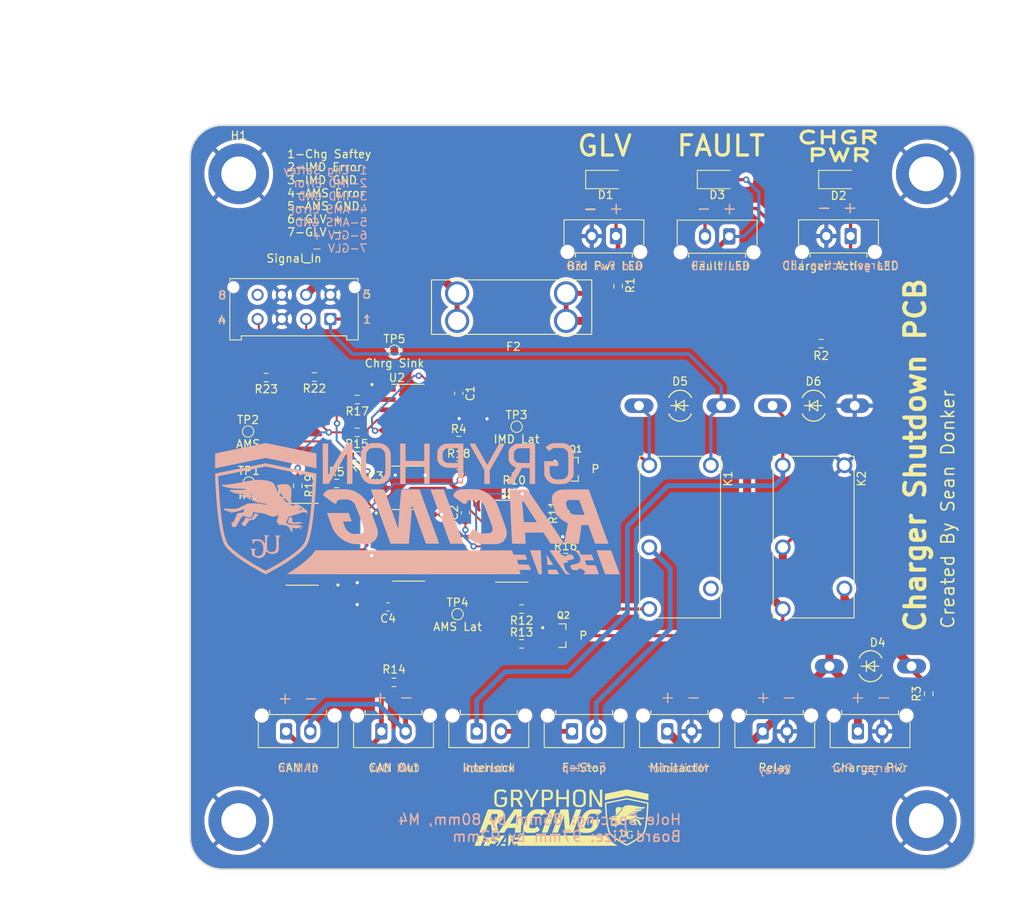
<source format=kicad_pcb>
(kicad_pcb (version 20221018) (generator pcbnew)
  (layers (0 "F.Cu" signal) (31 "B.Cu" signal) (34 "B.Paste" user) (35 "F.Paste" user) (36 "B.SilkS" user "B.Silkscreen") (37 "F.SilkS" user "F.Silkscreen") (38 "B.Mask" user) (39 "F.Mask" user) (44 "Edge.Cuts" user))
  (net 0 "")
  (net 1 "+12V")
  (net 2 "Net-(U2-R0)")
  (net 3 "Net-(U4-R0)")
  (net 4 "Net-(U3-IN_1A)")
  (net 5 "Net-(U3-IN_1B)")
  (net 6 "Net-(D1-A)")
  (net 7 "Net-(D2-A)")
  (net 8 "Charger Pwr")
  (net 9 "Net-(D4-A)")
  (net 10 "Net-(D5-K)")
  (net 11 "Chg Saftey")
  (net 12 "Interlock Rtn")
  (net 13 "GLV +")
  (net 14 "IMD Error")
  (net 15 "AMS Saftey")
  (net 16 "AMS GND")
  (net 18 "Net-(U1-IN_a)")
  (net 19 "E-Stop Rtn")
  (net 20 "E-Stop Out")
  (net 21 "CAN +")
  (net 22 "CAN -")
  (net 23 "Net-(Q2-D)")
  (net 25 "Net-(Q1-G)")
  (net 26 "Net-(Q2-G)")
  (net 27 "IMD_Latched")
  (net 28 "AMS_Latched")
  (net 29 "Net-(U2-S0)")
  (net 30 "Net-(U2-Q0)")
  (net 31 "Net-(U2-Q1)")
  (net 32 "Net-(U1-OUT_a)")
  (net 36 "Net-(U1-OUT_b)")
  (net 37 "Net-(U3-OUTA)")
  (net 38 "Net-(U3-OUTB)")
  (net 49 "Net-(U1-IN_b)")
  (net 50 "Net-(U2-S1)")
  (footprint "Connector_Molex:Molex_Micro-Fit_3.0_43650-0215_1x02_P3.00mm_Vertical" (layer "F.Cu") (at 146.199999 116.96)
    (fp_text reference "J6" hide)
    (fp_text value "E-Stop")
  )
  (footprint "Connector_Molex:Molex_Micro-Fit_3.0_43650-0215_1x02_P3.00mm_Vertical" (layer "F.Cu") (at 165.642 55.738 180)
    (fp_text reference "J11" hide)
    (fp_text value "Fault LED")
  )
  (footprint "MountingHole:MountingHole_4.3mm_M4_DIN965_Pad" (layer "F.Cu") (at 190 48)
    (fp_text reference "H4" hide)
    (fp_text value "M4_Hole")
  )
  (footprint "Resistor_SMD:R_0603_1608Metric_Pad0.98x0.95mm_HandSolder" (layer "F.Cu") (at 112.3 86.5875 -90)
    (fp_text reference "R19")
    (fp_text value "470" hide)
  )
  (footprint "Connector_Molex:Molex_Micro-Fit_3.0_43650-0215_1x02_P3.00mm_Vertical" (layer "F.Cu") (at 181.55 116.96)
    (fp_text reference "J2" hide)
    (fp_text value "Charger Pwr")
  )
  (footprint "Footprints:SOD57-10" (layer "F.Cu") (at 159.562 76.677)
    (fp_text reference "D5")
    (fp_text value "D")
  )
  (footprint "Resistor_SMD:R_0603_1608Metric_Pad0.98x0.95mm_HandSolder" (layer "F.Cu") (at 139.05 84.475 180)
    (fp_text reference "R10")
    (fp_text value "470")
  )
  (footprint "Resistor_SMD:R_0603_1608Metric_Pad0.98x0.95mm_HandSolder" (layer "F.Cu") (at 145.304 89.885 90)
    (fp_text reference "R11")
    (fp_text value "100k")
  )
  (footprint "Footprints:SOIC127P600X175-16N" (layer "F.Cu") (at 138.7565 93.441)
    (fp_text reference "U4")
    (fp_text value "MC14043BDG")
  )
  (footprint "Connector_Molex:Molex_Micro-Fit_3.0_43650-0215_1x02_P3.00mm_Vertical" (layer "F.Cu") (at 151.642 55.698 180)
    (fp_text reference "J9" hide)
    (fp_text value "Brd Pwr LED")
  )
  (footprint "Capacitor_SMD:C_0603_1608Metric_Pad1.08x0.95mm_HandSolder" (layer "F.Cu") (at 133.019 89.9115 90)
    (fp_text reference "C2")
    (fp_text value "100nF")
  )
  (footprint "Capacitor_SMD:C_0603_1608Metric_Pad1.08x0.95mm_HandSolder" (layer "F.Cu") (at 123.46 101.569 180)
    (fp_text reference "C4")
    (fp_text value ".47nF")
  )
  (footprint "MountingHole:MountingHole_4.3mm_M4_DIN965_Pad" (layer "F.Cu") (at 190 128)
    (fp_text reference "H3" hide)
    (fp_text value "M4_Hole")
  )
  (footprint "Resistor_SMD:R_0603_1608Metric_Pad0.98x0.95mm_HandSolder" (layer "F.Cu") (at 119.7 82.9)
    (fp_text reference "R6")
    (fp_text value "470" hide)
  )
  (footprint "GRC_Footprints:GRC_Banner" (layer "F.Cu") (at 144.9 127.625)
    (fp_text reference "G***")
    (fp_text value "LOGO" hide)
  )
  (footprint "Capacitor_SMD:C_0603_1608Metric_Pad1.08x0.95mm_HandSolder" (layer "F.Cu") (at 121.936 86.837)
    (fp_text reference "C3")
    (fp_text value ".47nF")
  )
  (footprint "TestPoint:TestPoint_Pad_D1.0mm" (layer "F.Cu") (at 139.35 79.275)
    (fp_text reference "TP3")
    (fp_text value "IMD Lat")
  )
  (footprint "Connector_Molex:Molex_Micro-Fit_3.0_43650-0215_1x02_P3.00mm_Vertical" (layer "F.Cu") (at 180.642 55.698 180)
    (fp_text reference "J10" hide)
    (fp_text value "Charger Active LED")
  )
  (footprint "Connector_Molex:Molex_Micro-Fit_3.0_43650-0215_1x02_P3.00mm_Vertical" (layer "F.Cu") (at 110.85 116.96)
    (fp_text reference "J7" hide)
    (fp_text value "CAN In")
  )
  (footprint "Footprints:SOIC127P600X175-16N" (layer "F.Cu") (at 125.9095 79.09)
    (fp_text reference "U2")
    (fp_text value "MC14043BDG" hide)
  )
  (footprint "Resistor_SMD:R_0603_1608Metric_Pad0.98x0.95mm_HandSolder" (layer "F.Cu") (at 139.97 106.141)
    (fp_text reference "R13")
    (fp_text value "100k")
  )
  (footprint "Resistor_SMD:R_0603_1608Metric_Pad0.98x0.95mm_HandSolder" (layer "F.Cu") (at 132.1995 80.995)
    (fp_text reference "R4")
    (fp_text value "1K")
  )
  (footprint "TestPoint:TestPoint_Pad_D1.0mm" (layer "F.Cu") (at 106.15 79.875)
    (fp_text reference "TP2")
    (fp_text value "AMS")
  )
  (footprint "TestPoint:TestPoint_Pad_D1.0mm" (layer "F.Cu") (at 124.25 69.875)
    (fp_text reference "TP5")
    (fp_text value "Chrg Sink")
  )
  (footprint "Resistor_SMD:R_0603_1608Metric_Pad0.98x0.95mm_HandSolder" (layer "F.Cu") (at 108.4 73.2 180)
    (fp_text reference "R23")
    (fp_text value "2.2K")
  )
  (footprint "Capacitor_SMD:C_0603_1608Metric_Pad1.08x0.95mm_HandSolder" (layer "F.Cu") (at 132.1995 75.153 -90)
    (fp_text reference "C1")
    (fp_text value "100nF")
  )
  (footprint "LED_SMD:LED_1206_3216Metric_Pad1.42x1.75mm_HandSolder" (layer "F.Cu") (at 150.3545 48.698)
    (fp_text reference "D1")
    (fp_text value "LED")
  )
  (footprint "Footprints:SOIC127P600X175-14N" (layer "F.Cu") (at 126 93.949)
    (fp_text reference "U3")
    (fp_text value "MC14081BDG" hide)
  )
  (footprint "Connector_Molex:Molex_Micro-Fit_3.0_43650-0215_1x02_P3.00mm_Vertical" (layer "F.Cu") (at 169.766665 116.96)
    (fp_text reference "J3" hide)
    (fp_text value "Relay")
  )
  (footprint "TestPoint:TestPoint_Pad_D1.0mm" (layer "F.Cu") (at 106.25 86.175)
    (fp_text reference "TP1")
    (fp_text value "IMD")
  )
  (footprint "Footprints:RELAY_ALQ112" (layer "F.Cu") (at 176.072 92.933 -90)
    (fp_text reference "K2")
    (fp_text value "ALQ112")
  )
  (footprint "Resistor_SMD:R_0603_1608Metric_Pad0.98x0.95mm_HandSolder" (layer "F.Cu") (at 117.1125 86.3)
    (fp_text reference "R5")
    (fp_text value "470")
  )
  (footprint "LED_SMD:LED_1206_3216Metric_Pad1.42x1.75mm_HandSolder" (layer "F.Cu") (at 164.1545 48.698)
    (fp_text reference "D3")
    (fp_text value "LED")
  )
  (footprint "Resistor_SMD:R_0603_1608Metric_Pad0.98x0.95mm_HandSolder" (layer "F.Cu") (at 114.35 73.121 180)
    (fp_text reference "R22")
    (fp_text value "2.2K")
  )
  (footprint "Footprints:SOIC127P600X175-16N" (layer "F.Cu") (at 112.8355 93.822 180)
    (fp_text reference "U1")
    (fp_text value "~" hide)
  )
  (footprint "Footprints:RELAY_ALQ112" (layer "F.Cu") (at 159.562 92.933 -90)
    (fp_text reference "K1")
    (fp_text value "ALQ112")
  )
  (footprint "Resistor_SMD:R_0603_1608Metric_Pad0.98x0.95mm_HandSolder" (layer "F.Cu") (at 119.65 75.915 180)
    (fp_text reference "R17")
    (fp_text value "10k")
  )
  (footprint "TestPoint:TestPoint_Pad_D1.0mm" (layer "F.Cu") (at 132.05 102.475)
    (fp_text reference "TP4")
    (fp_text value "AMS Lat")
  )
  (footprint "Footprints:SOD57-10" (layer "F.Cu") (at 183.1 108.9)
    (fp_text reference "D4")
    (fp_text value "D")
  )
  (footprint "LED_SMD:LED_1206_3216Metric_Pad1.42x1.75mm_HandSolder" (layer "F.Cu") (at 179.1545 48.698)
    (fp_text reference "D2")
    (fp_text value "LED")
  )
  (footprint "Resistor_SMD:R_0603_1608Metric_Pad0.98x0.95mm_HandSolder" (layer "F.Cu") (at 190.3 112.3 -90)
    (fp_text reference "R3")
    (fp_text value "470" hide)
  )
  (footprint "Connector_Molex:Molex_Micro-Fit_3.0_43650-0215_1x02_P3.00mm_Vertical" (layer "F.Cu") (at 157.983332 116.96)
    (fp_text reference "J4" hide)
    (fp_text value "Minitactor")
  )
  (footprint "Connector_Molex:Molex_Micro-Fit_3.0_43650-0215_1x02_P3.00mm_Vertical" (layer "F.Cu") (at 134.416666 116.96)
    (fp_text reference "J5" hide)
    (fp_text value "Interlock")
  )
  (footprint "Resistor_SMD:R_0603_1608Metric_Pad0.98x0.95mm_HandSolder" (layer "F.Cu") (at 119.65 79.979)
    (fp_text reference "R15")
    (fp_text value "470")
  )
  (footprint "Resistor_SMD:R_0603_1608Metric_Pad0.98x0.95mm_HandSolder" (layer "F.Cu") (at 124.2 110.9 180)
    (fp_text reference "R14")
    (fp_text value "120")
  )
  (footprint "Footprints:FUSE_3557-2" (layer "F.Cu") (at 138.734 64.485)
    (fp_text reference "F2")
    (fp_text value "Fuse" hide)
  )
  (footprint "Resistor_SMD:R_0603_1608Metric_Pad0.98x0.95mm_HandSolder" (layer "F.Cu") (at 132.1995 84.043)
    (fp_text reference "R18")
    (fp_text value "10k")
  )
  (footprint "Resistor_SMD:R_0603_1608Metric_Pad0.98x0.95mm_HandSolder" (layer "F.Cu") (at 176.9875 69)
    (fp_text reference "R2")
    (fp_text value "470" hide)
  )
  (footprint "Footprints:RSC002" (layer "F.Cu") (at 146.32 84.551)
    (fp_text reference "Q1")
    (fp_text value "PMOS")
  )
  (footprint "Connector_Molex:Molex_Micro-Fit_3.0_43650-0215_1x02_P3.00mm_Vertical" (layer "F.Cu") (at 122.633333 116.96)
    (fp_text reference "J8" hide)
    (fp_text value "CAN Out")
  )
  (footprint "Resistor_SMD:R_0603_1608Metric_Pad0.98x0.95mm_HandSolder" (layer "F.Cu") (at 145.4075 95.473)
    (fp_text reference "R16")
    (fp_text value "1K")
  )
  (footprint "Footprints:SOD57-10" (layer "F.Cu") (at 176.072 76.677)
    (fp_text reference "D6")
    (fp_text value "D")
  )
  (footprint "MountingHole:MountingHole_4.3mm_M4_DIN965_Pad" (layer "F.Cu") (at 105 128)
    (fp_text reference "H2" hide)
    (fp_text value "M4_Hole")
  )
  (footprint "Resistor_SMD:R_0603_1608Metric_Pad0.98x0.95mm_HandSolder" (layer "F.Cu") (at 151.9 61.9 90)
    (fp_text reference "R1")
    (fp_text value "470" hide)
  )
  (footprint "Connector_Molex:Molex_Micro-Fit_3.0_43045-0812_2x04_P3.00mm_Vertical" (layer "F.Cu") (at 116.335 65.961 180)
    (fp_text reference "J1" hide)
    (fp_text value "Signal_In")
  )
  (footprint "Footprints:RSC002" (layer "F.Cu") (at 144.796 105.125)
    (fp_text reference "Q2")
    (fp_text value "PMOS")
  )
  (footprint "MountingHole:MountingHole_4.3mm_M4_DIN965_Pad" (layer "F.Cu") (at 105 48)
    (fp_text reference "H1")
    (fp_text value "M4_Hole")
  )
  (footprint "Resistor_SMD:R_0603_1608Metric_Pad0.98x0.95mm_HandSolder" (layer "F.Cu") (at 139.97 101.823 180)
    (fp_text reference "R12")
    (fp_text value "470")
  )
  (footprint "Footprints:GRCBanner" (layer "B.Cu") (at 127.1 89.4 180)
    (fp_text reference "G***" hide)
    (fp_text value "LOGO" hide)
  )
  (gr_arc (start 192 42) (mid 194.828427 43.171573) (end 196 46) (stroke (width 0.2)) (layer "Edge.Cuts"))
  (gr_line (start 103 134) (end 192 134) (stroke (width 0.2)) (layer "Edge.Cuts"))
  (gr_arc (start 99 46) (mid 100.171573 43.171573) (end 103 42) (stroke (width 0.2)) (layer "Edge.Cuts"))
  (gr_arc (start 103 134) (mid 100.171573 132.828427) (end 99 130) (stroke (width 0.2)) (layer "Edge.Cuts"))
  (gr_line (start 196 130) (end 196 46) (stroke (width 0.2)) (layer "Edge.Cuts"))
  (gr_line (start 99 46) (end 99 130) (stroke (width 0.2)) (layer "Edge.Cuts"))
  (gr_line (start 192 42) (end 103 42) (stroke (width 0.2)) (layer "Edge.Cuts"))
  (gr_arc (start 196 130) (mid 194.828427 132.828427) (end 192 134) (stroke (width 0.2)) (layer "Edge.Cuts"))
  (gr_text "-" (at 178.4 53) (layer "B.SilkS") (effects (font (size 1.5 1.5)) (justify left bottom mirror)))
  (gr_text "Charger Pwr" (at 187.6 122.1) (layer "B.SilkS") (effects (font (size 1 1)) (justify left bottom mirror)))
  (gr_text "-" (at 163.5 53.1) (layer "B.SilkS") (effects (font (size 1.5 1.5)) (justify left bottom mirror)))
  (gr_text "Brd Pwr LED" (at 155 60) (layer "B.SilkS") (effects (font (size 1 1)) (justify left bottom mirror)))
  (gr_text "E-Stop" (at 150.5 122) (layer "B.SilkS") (effects (font (size 1 1)) (justify left bottom mirror)))
  (gr_text "-" (at 160.2 113.6) (layer "B.SilkS") (effects (font (size 1.5 1.5)) (justify left bottom)))
  (gr_text "Minitactor" (at 163.1 122.1) (layer "B.SilkS") (effects (font (size 1 1)) (justify left bottom mirror)))
  (gr_text "Interlock" (at 139.3 122.1) (layer "B.SilkS") (effects (font (size 1 1)) (justify left bottom mirror)))
  (gr_text "5" (at 121.3 63.5) (layer "B.SilkS") (effects (font (size 1 1)) (justify left bottom mirror)))
  (gr_text "Fault LED" (at 168.2 60) (layer "B.SilkS") (effects (font (size 1 1)) (justify left bottom mirror)))
  (gr_text "Hole Spacing: 85mm by 80mm, M4\nBoard Size: 97mm by 92mm" (at 159.825 130.725) (layer "B.SilkS") (effects (font (size 1.3 1.3) (thickness 0.2)) (justify left bottom mirror)))
  (gr_text "Charger Active LED" (at 186.7 59.9) (layer "B.SilkS") (effects (font (size 1 1)) (justify left bottom mirror)))
  (gr_text "+" (at 168.8 113.6) (layer "B.SilkS") (effects (font (size 1.5 1.5)) (justify left bottom)))
  (gr_text "CAN Out" (at 127.5 122.1) (layer "B.SilkS") (effects (font (size 1 1)) (justify left bottom mirror)))
  (gr_text "+" (at 157 113.6) (layer "B.SilkS") (effects (font (size 1.5 1.5)) (justify left bottom)))
  (gr_text "1" (at 121.4 66.6) (layer "B.SilkS") (effects (font (size 1 1)) (justify left bottom mirror)))
  (gr_text "+" (at 166.7 53.1) (layer "B.SilkS") (effects (font (size 1.5 1.5)) (justify left bottom mirror)))
  (gr_text "4" (at 103.4 66.7) (layer "B.SilkS") (effects (font (size 1 1)) (justify left bottom mirror)))
  (gr_text "+" (at 152.7 53.1) (layer "B.SilkS") (effects (font (size 1.5 1.5)) (justify left bottom mirror)))
  (gr_text "+" (at 121.5 113.6) (layer "B.SilkS") (effects (font (size 1.5 1.5)) (justify left bottom)))
  (gr_text "+" (at 180.5 113.6) (layer "B.SilkS") (effects (font (size 1.5 1.5)) (justify left bottom)))
  (gr_text "-" (at 112.9 113.7) (layer "B.SilkS") (effects (font (size 1.5 1.5)) (justify left bottom)))
  (gr_text "-" (at 149.5 53.2) (layer "B.SilkS") (effects (font (size 1.5 1.5)) (justify left bottom mirror)))
  (gr_text "CAN In" (at 115 122.1) (layer "B.SilkS") (effects (font (size 1 1)) (justify left bottom mirror)))
  (gr_text "Relay" (at 173.4 122.3) (layer "B.SilkS") (effects (font (size 1 1)) (justify left bottom mirror)))
  (gr_text "-" (at 172 113.6) (layer "B.SilkS") (effects (font (size 1.5 1.5)) (justify left bottom)))
  (gr_text "8" (at 103.5 63.6) (layer "B.SilkS") (effects (font (size 1 1)) (justify left bottom mirror)))
  (gr_text "+" (at 109.7 113.7) (layer "B.SilkS") (effects (font (size 1.5 1.5)) (justify left bottom)))
  (gr_text "-" (at 124.7 113.6) (layer "B.SilkS") (effects (font (size 1.5 1.5)) (justify left bottom)))
  (gr_text "-" (at 183.8 113.6) (layer "B.SilkS") (effects (font (size 1.5 1.5)) (justify left bottom)))
  (gr_text "+" (at 181.6 53) (layer "B.SilkS") (effects (font (size 1.5 1.5)) (justify left bottom mirror)))
  (gr_text "1-Chg Saftey\n2-IMD Error\n3-IMD GND\n4-AMS Error\n5-AMS GND\n6-GLV +\n7-GLV -\n" (at 121 57.8) (layer "B.SilkS") (effects (font (size 1 1)) (justify left bottom mirror)))
  (gr_text "+" (at 157 113.6) (layer "F.SilkS") (effects (font (size 1.5 1.5)) (justify left bottom)))
  (gr_text "Charger Shutdown PCB" (at 190.1 104.9 90) (layer "F.SilkS") (effects (font (size 2.5 2.5) (thickness 0.5) bold) (justify left bottom)))
  (gr_text "1-Chg Saftey\n2-IMD Error\n3-IMD GND\n4-AMS Error\n5-AMS GND\n6-GLV +\n7-GLV -\n" (at 110.9 55.8) (layer "F.SilkS") (effects (font (size 1 1)) (justify left bottom)))
  (gr_text "+" (at 109.7 113.7) (layer "F.SilkS") (effects (font (size 1.5 1.5)) (justify left bottom)))
  (gr_text "-" (at 160.2 113.6) (layer "F.SilkS") (effects (font (size 1.5 1.5)) (justify left bottom)))
  (gr_text "+" (at 166.7 51.6 180) (layer "F.SilkS") (effects (font (size 1.5 1.5)) (justify left bottom)))
  (gr_text "GLV" (at 146.642 46) (layer "F.SilkS") (effects (font (size 2.5 2.5) (thickness 0.4) bold) (justify left bottom)))
  (gr_text "-" (at 172 113.6) (layer "F.SilkS") (effects (font (size 1.5 1.5)) (justify left bottom)))
  (gr_text "+" (at 168.8 113.6) (layer "F.SilkS") (effects (font (size 1.5 1.5)) (justify left bottom)))
  (gr_text "PWR" (at 175.067 46.6) (layer "F.SilkS") (effects (font (size 1.5 2.5) (thickness 0.375) bold) (justify left bottom)))
  (gr_text "-" (at 183.7 113.6) (layer "F.SilkS") (effects (font (size 1.5 1.5)) (justify left bottom)))
  (gr_text "8" (at 102.4 63.6) (layer "F.SilkS") (effects (font (size 1 1)) (justify left bottom)))
  (gr_text "+" (at 152.7 51.6 180) (layer "F.SilkS") (effects (font (size 1.5 1.5)) (justify left bottom)))
  (gr_text "-" (at 178.4 51.5 180) (layer "F.SilkS") (effects (font (size 1.5 1.5)) (justify left bottom)))
  (gr_text "-" (at 112.9 113.7) (layer "F.SilkS") (effects (font (size 1.5 1.5)) (justify left bottom)))
  (gr_text "P" (at 147 105.7) (layer "F.SilkS") (effects (font (size 1 1)) (justify left bottom)))
  (gr_text "CHGR" (at 173.8 44.4) (layer "F.SilkS") (effects (font (size 1.5 2.5) (thickness 0.375)) (justify left bottom)))
  (gr_text "+" (at 180.5 113.6) (layer "F.SilkS") (effects (font (size 1.5 1.5)) (justify left bottom)))
  (gr_text "5" (at 120.3 63.5) (layer "F.SilkS") (effects (font (size 1 1)) (justify left bottom)))
  (gr_text "-" (at 149.5 51.6 180) (layer "F.SilkS") (effects (font (size 1.5 1.5)) (justify left bottom)))
  (gr_text "+" (at 181.6 51.5 180) (layer "F.SilkS") (effects (font (size 1.5 1.5)) (justify left bottom)))
  (gr_text "-" (at 163.5 51.6 180) (layer "F.SilkS") (effects (font (size 1.5 1.5)) (justify left bottom)))
  (gr_text "P" (at 148.5 85.1) (layer "F.SilkS") (effects (font (size 1 1)) (justify left bottom)))
  (gr_text "FAULT" (at 158.942 46) (layer "F.SilkS") (effects (font (size 2.5 2.5) (thickness 0.4)) (justify left bottom)))
  (gr_text "1" (at 120.3 66.6) (layer "F.SilkS") (effects (font (size 1 1)) (justify left bottom)))
  (gr_text "+" (at 121.5 113.6) (layer "F.SilkS") (effects (font (size 1.5 1.5)) (justify left bottom)))
  (gr_text "4" (at 102.4 66.7) (layer "F.SilkS") (effects (font (size 1 1)) (justify left bottom)))
  (gr_text "-" (at 124.7 113.6) (layer "F.SilkS") (effects (font (size 1.5 1.5)) (justify left bottom)))
  (gr_text "Created By Sean Donker" (at 193.6 104.4 90) (layer "F.SilkS") (effects (font (size 1.6 1.6) (thickness 0.2)) (justify left bottom)))
  (segment (start 141.25 88.175) (end 141.25 88.275) (width 0.25) (layer "F.Cu") (net 1))
  (segment (start 126.55 102.275) (end 124.95 103.875) (width 0.25) (layer "F.Cu") (net 1))
  (segment (start 147.37 84.551) (end 144.426 84.551) (width 0.4) (layer "F.Cu") (net 1))
  (segment (start 127.65 72.975) (end 128.3895 73.7145) (width 0.25) (layer "F.Cu") (net 1))
  (segment (start 145.469 66.185) (end 145.469 62.785) (width 0.6) (layer "F.Cu") (net 1))
  (segment (start 128.3895 73.7145) (end 128.3895 74.645) (width 0.25) (layer "F.Cu") (net 1))
  (segment (start 172.262 103.163) (end 170.3 105.125) (width 0.4) (layer "F.Cu") (net 1))
  (segment (start 123.4295 79.725) (end 121.9 79.725) (width 0.25) (layer "F.Cu") (net 1))
  (segment (start 170.3 105.125) (end 145.846 105.125) (width 0.4) (layer "F.Cu") (net 1))
  (segment (start 172.262 101.823) (end 172.262 103.163) (width 0.4) (layer "F.Cu") (net 1))
  (segment (start 141.2365 88.2885) (end 141.2365 88.996) (width 0.25) (layer "F.Cu") (net 1))
  (segment (start 140.2005 107.284) (end 144.83 107.284) (width 0.25) (layer "F.Cu") (net 1))
  (segment (start 133.019 92.044) (end 133.019 90.774) (width 0.25) (layer "F.Cu") (net 1))
  (segment (start 143.5025 88.996) (end 145.304 90.7975) (width 0.25) (layer "F.Cu") (net 1))
  (segment (start 144.426 84.551) (end 143.55 83.675) (width 0.4) (layer "F.Cu") (net 1))
  (segment (start 138.2655 74.2905) (end 132.1995 74.2905) (width 0.4) (layer "F.Cu") (net 1))
  (segment (start 158.5675 62.8125) (end 165.642 55.738) (width 0.6) (layer "F.Cu") (net 1))
  (segment (start 127.49 90.139) (end 126.55 91.079) (width 0.25) (layer "F.Cu") (net 1))
  (segment (start 127.25 72.975) (end 127.65 72.975) (width 0.25) (layer "F.Cu") (net 1))
  (segment (start 128.475 90.139) (end 130.098 90.139) (width 0.25) (layer "F.Cu") (net 1))
  (segment (start 165.2375 71.8625) (end 167.85 74.475) (width 1) (layer "F.Cu") (net 1))
  (segment (start 140.05 87.575) (end 140.65 87.575) (width 0.25) (layer "F.Cu") (net 1))
  (segment (start 145.469 66.185) (end 158.2 66.185) (width 1) (layer "F.Cu") (net 1))
  (segment (start 165.664 48.72) (end 165.642 48.698) (width 0.4) (layer "F.Cu") (net 1))
  (segment (start 121.9 79.725) (end 121.85 79.775) (width 0.25) (layer "F.Cu") (net 1))
  (segment (start 158.2 66.185) (end 159.56 66.185) (width 1) (layer "F.Cu") (net 1))
  (segment (start 167.727 48.72) (end 165.664 48.72) (width 0.4) (layer "F.Cu") (net 1))
  (segment (start 143.1 105.125) (end 142.45 104.475) (width 0.4) (layer "F.Cu") (net 1))
  (segment (start 145.846 105.125) (end 143.1 105.125) (width 0.4) (layer "F.Cu") (net 1))
  (segment (start 144.83 107.284) (end 145.846 106.268) (width 0.25) (layer "F.Cu") (net 1))
  (segment (start 167.85 97.411) (end 172.262 101.823) (width 1) (layer "F.Cu") (net 1))
  (segment (start 145.469 62.785) (end 151.8725 62.785) (width 0.6) (layer "F.Cu") (net 1))
  (segment (start 165.642 55.738) (end 165.822 55.918) (width 0.4) (layer "F.Cu") (net 1))
  (segment (start 141.25 88.275) (end 141.2365 88.2885) (width 0.25) (layer "F.Cu") (net 1))
  (segment (start 128.744 74.2905) (end 128.3895 74.645) (width 0.25) (layer "F.Cu") (net 1))
  (segment (start 142.45 103.175) (end 147.75 97.875) (width 0.4) (layer "F.Cu") (net 1))
  (segment (start 151.8725 62.785) (end 151.9 62.8125) (width 0.6) (layer "F.Cu") (net 1))
  (segment (start 145.304 90.7975) (end 146.1275 90.7975) (width 0.25) (layer "F.Cu") (net 1))
  (segment (start 146.1275 90.7975) (end 147.37 89.555) (width 0.25) (layer "F.Cu") (net 1))
  (segment (start 162.3 68.925) (end 164 70.625) (width 1) (layer "F.Cu") (net 1))
  (segment (start 128.475 90.139) (end 127.49 90.139) (width 0.25) (layer "F.Cu") (net 1))
  (segment (start 133.019 90.774) (end 132.638 90.774) (width 0.25) (layer "F.Cu") (net 1))
  (segment (start 145.846 106.268) (end 145.846 105.125) (width 0.25) (layer "F.Cu") (net 1))
  (segment (start 143.55 83.675) (end 143.55 79.575) (width 0.4) (layer "F.Cu") (net 1))
  (segment (start 132.1995 74.2905) (end 128.744 74.2905) (width 0.25) (layer "F.Cu") (net 1))
  (segment (start 139.0575 106.141) (end 140.2005 107.284) (width 0.25) (layer "F.Cu") (net 1))
  (segment (start 126.55 91.079) (end 126.55 102.275) (width 0.25) (layer "F.Cu") (net 1))
  (segment (start 143.55 79.575) (end 138.2655 74.2905) (width 0.4) (layer "F.Cu") (net 1))
  (segment (start 136.2765 94.076) (end 134.035 94.076) (width 0.25) (layer "F.Cu") (net 1))
  (segment (start 164 70.625) (end 165.2375 71.8625) (width 1) (layer "F.Cu") (net 1))
  (segment (start 159.56 66.185) (end 162.3 68.925) (width 1) (layer "F.Cu") (net 1))
  (segment (start 147.75 97.875) (end 147.75 89.935) (width 0.4) (layer "F.Cu") (net 1))
  (segment (start 151.9 62.8125) (end 158.5675 62.8125) (width 0.6) (layer "F.Cu") (net 1))
  (segment (start 142.45 104.475) (end 142.45 103.175) (width 0.4) (layer "F.Cu") (net 1))
  (segment (start 119.85 103.875) (end 115.3155 99.3405) (width 0.25) (layer "F.Cu") (net 1))
  (segment (start 140.65 87.575) (end 141.25 88.175) (width 0.25) (layer "F.Cu") (net 1))
  (segment (start 141.2365 88.996) (end 143.5025 88.996) (width 0.25) (layer "F.Cu") (net 1))
  (segment (start 167.85 74.475) (end 167.85 97.411) (width 1) (layer "F.Cu") (net 1))
  (segment (start 115.3155 99.3405) (end 115.3155 98.267) (width 0.25) (layer "F.Cu") (net 1))
  (segment (start 147.37 84.551) (end 147.37 89.555) (width 0.4) (layer "F.Cu") (net 1))
  (segment (start 124.95 103.875) (end 119.85 103.875) (width 0.25) (layer "F.Cu") (net 1))
  (segment (start 147.75 89.935) (end 147.37 89.555) (width 0.4) (layer "F.Cu") (net 1))
  (via (at 140.05 87.575) (size 0.8) (drill 0.4) (layers "F.Cu" "B.Cu") (net 1))
  (via (at 130.098 90.139) (size 0.8) (drill 0.4) (layers "F.Cu" "B.Cu") (net 1))
  (via (at 134.035 94.076) (size 0.8) (drill 0.4) (layers "F.Cu" "B.Cu") (net 1))
  (via (at 127.25 72.975) (size 0.8) (drill 0.4) (layers "F.Cu" "B.Cu") (net 1))
  (via (at 121.85 79.775) (size 0.8) (drill 0.4) (layers "F.Cu" "B.Cu") (net 1))
  (via (at 167.727 48.72) (size 0.8) (drill 0.4) (layers "F.Cu" "B.Cu") (net 1))
  (via (at 133.019 92.044) (size 0.8) (drill 0.4) (layers "F.Cu" "B.Cu") (net 1))
  (segment (start 126.65 72.975) (end 127.25 72.975) (width 0.25) (layer "B.Cu") (net 1))
  (segment (start 134.35 88.375) (end 135.15 87.575) (width 0.25) (layer "B.Cu") (net 1))
  (segment (start 134.35 92.175) (end 134.35 88.375) (width 0.25) (layer "B.Cu") (net 1))
  (segment (start 121.475 78.15) (end 121.475 79.4) (width 0.25) (layer "B.Cu") (net 1))
  (segment (start 133.019 93.06) (end 130.098 90.139) (width 0.25) (layer "B.Cu") (net 1))
  (segment (start 121.475 79.4) (end 121.85 79.775) (width 0.25) (layer "B.Cu") (net 1))
  (segment (start 133.019 92.044) (end 133.019 93.06) (width 0.25) (layer "B.Cu") (net 1))
  (segment (start 135.15 87.575) (end 140.05 87.575) (width 0.25) (layer "B.Cu") (net 1))
  (segment (start 169.3 50.293) (end 167.727 48.72) (width 0.4) (layer "B.Cu") (net 1))
  (segment (start 169.3 53.9) (end 169.3 50.293) (width 0.4) (layer "B.Cu") (net 1))
  (segment (start 165.642 55.738) (end 167.462 55.738) (width 0.4) (layer "B.Cu") (net 1))
  (segment (start 167.462 55.738) (end 169.3 53.9) (width 0.4) (layer "B.Cu") (net 1))
  (segment (start 121.475 78.15) (end 126.65 72.975) (width 0.25) (layer "B.Cu") (net 1))
  (segment (start 134.035 94.076) (end 133.019 93.06) (width 0.25) (layer "B.Cu") (net 1))
  (segment (start 134.35 92.175) (end 133.465 93.06) (width 0.25) (layer "B.Cu") (net 1))
  (segment (start 133.465 93.06) (end 133.019 93.06) (width 0.25) (layer "B.Cu") (net 1))
  (segment (start 125.5955 76.423) (end 126.1035 75.915) (width 0.25) (layer "F.Cu") (net 2))
  (segment (start 128.3895 80.995) (end 131.287 80.995) (width 0.25) (layer "F.Cu") (net 2))
  (segment (start 125.4685 81.63) (end 126.1035 80.995) (width 0.25) (layer "F.Cu") (net 2))
  (segment (start 124.8335 82.265) (end 125.4685 81.63) (width 0.25) (layer "F.Cu") (net 2))
  (segment (start 126.1035 75.915) (end 128.3895 75.915) (width 0.25) (layer "F.Cu") (net 2))
  (segment (start 126.1035 80.995) (end 128.3895 80.995) (width 0.25) (layer "F.Cu") (net 2))
  (segment (start 123.4295 82.265) (end 124.8335 82.265) (width 0.25) (layer "F.Cu") (net 2))
  (segment (start 125.5955 81.503) (end 125.4685 81.63) (width 0.25) (layer "F.Cu") (net 2))
  (segment (start 128.3895 75.915) (end 132.099 75.915) (width 0.25) (layer "F.Cu") (net 2))
  (segment (start 124.8335 77.185) (end 125.5955 76.423) (width 0.25) (layer "F.Cu") (net 2))
  (segment (start 132.099 75.915) (end 132.1995 76.0155) (width 0.25) (layer "F.Cu") (net 2))
  (segment (start 123.4295 77.185) (end 124.8335 77.185) (width 0.25) (layer "F.Cu") (net 2))
  (segment (start 125.5955 76.423) (end 125.5955 81.503) (width 0.25) (layer "F.Cu") (net 2))
  (segment (start 136.2765 91.536) (end 138.065 91.536) (width 0.25) (layer "F.Cu") (net 3))
  (segment (start 144.495 95.473) (end 141.3635 95.473) (width 0.25) (layer "F.Cu") (net 3))
  (segment (start 135.559 91.536) (end 133.072 89.049) (width 0.25) (layer "F.Cu") (net 3))
  (segment (start 139.335 90.266) (end 141.2365 90.266) (width 0.25) (layer "F.Cu") (net 3))
  (segment (start 138.065 91.536) (end 138.573 91.028) (width 0.25) (layer "F.Cu") (net 3))
  (segment (start 138.573 95.854) (end 139.081 95.346) (width 0.25) (layer "F.Cu") (net 3))
  (segment (start 136.2765 96.616) (end 137.811 96.616) (width 0.25) (layer "F.Cu") (net 3))
  (segment (start 138.573 91.028) (end 138.573 95.854) (width 0.25) (layer "F.Cu") (net 3))
  (segment (start 137.811 96.616) (end 138.573 95.854) (width 0.25) (layer "F.Cu") (net 3))
  (segment (start 136.1495 91.409) (end 136.2765 91.536) (width 0.25) (layer "F.Cu") (net 3))
  (segment (start 138.573 91.028) (end 139.335 90.266) (width 0.25) (layer "F.Cu") (net 3))
  (segment (start 141.3635 95.473) (end 141.2365 95.346) (width 0.25) (layer "F.Cu") (net 3))
  (segment (start 136.2765 91.536) (end 135.559 91.536) (width 0.25) (layer "F.Cu") (net 3))
  (segment (start 139.081 95.346) (end 141.2365 95.346) (width 0.25) (layer "F.Cu") (net 3))
  (segment (start 133.072 89.049) (end 133.019 89.049) (width 0.25) (layer "F.Cu") (net 3))
  (segment (start 118.7375 75.915) (end 117.872 75.915) (width 0.25) (layer "F.Cu") (net 4))
  (segment (start 120.92 86.6835) (end 121.0735 86.837) (width 0.25) (layer "F.Cu") (net 4))
  (segment (start 122.444 90.139) (end 123.525 90.139) (width 0.25) (layer "F.Cu") (net 4))
  (segment (start 120.92 84.805) (end 120.92 86.6835) (width 0.25) (layer "F.Cu") (net 4))
  (segment (start 117.11 76.677) (end 117.11 78.835) (width 0.25) (layer "F.Cu") (net 4))
  (segment (start 121.0735 86.837) (end 121.0735 88.7685) (width 0.25) (layer "F.Cu") (net 4))
  (segment (start 121.0735 88.7685) (end 122.444 90.139) (width 0.25) (layer "F.Cu") (net 4))
  (segment (start 117.11 78.835) (end 117.15 78.875) (width 0.25) (layer "F.Cu") (net 4))
  (segment (start 117.872 75.915) (end 117.11 76.677) (width 0.25) (layer "F.Cu") (net 4))
  (via (at 120.92 84.805) (size 0.8) (drill 0.4) (layers "F.Cu" "B.Cu") (net 4))
  (via (at 117.15 78.875) (size 0.8) (drill 0.4) (layers "F.Cu" "B.Cu") (net 4))
  (segment (start 117.11 78.915) (end 117.15 78.875) (width 0.25) (layer "B.Cu") (net 4))
  (segment (start 117.11 80.995) (end 120.92 84.805) (width 0.25) (layer "B.Cu") (net 4))
  (segment (start 117.11 80.995) (end 117.11 78.915) (width 0.25) (layer "B.Cu") (net 4))
  (segment (start 124.73 95.219) (end 125.746 96.235) (width 0.25) (layer "F.Cu") (net 5))
  (segment (start 132.35 85.821) (end 133.112 85.059) (width 0.25) (layer "F.Cu") (net 5))
  (segment (start 133.112 85.059) (end 133.112 84.043) (width 0.25) (layer "F.Cu") (net 5))
  (segment (start 123.525 95.219) (end 121.428 95.219) (width 0.25) (layer "F.Cu") (net 5))
  (segment (start 123.525 95.219) (end 124.73 95.219) (width 0.25) (layer "F.Cu") (net 5))
  (segment (start 125.746 100.1455) (end 124.3225 101.569) (width 0.25) (layer "F.Cu") (net 5))
  (segment (start 125.746 96.235) (end 125.746 100.1455) (width 0.25) (layer "F.Cu") (net 5))
  (via (at 121.428 95.219) (size 0.8) (drill 0.4) (layers "F.Cu" "B.Cu") (net 5))
  (via (at 132.35 85.821) (size 0.8) (drill 0.4) (layers "F.Cu" "B.Cu") (net 5))
  (segment (start 130.572 86.329) (end 131.842 86.329) (width 0.25) (layer "B.Cu") (net 5))
  (segment (start 120.666 89.885) (end 122.698 87.853) (width 0.25) (layer "B.Cu") (net 5))
  (segment (start 124.222 86.329) (end 130.572 86.329) (width 0.25) (layer "B.Cu") (net 5))
  (segment (start 122.698 87.853) (end 124.222 86.329) (width 0.25) (layer "B.Cu") (net 5))
  (segment (start 121.428 95.219) (end 120.666 94.457) (width 0.25) (layer "B.Cu") (net 5))
  (segment (start 120.666 91.917) (end 120.666 89.885) (width 0.25) (layer "B.Cu") (net 5))
  (segment (start 120.666 94.457) (end 120.666 91.917) (width 0.25) (layer "B.Cu") (net 5))
  (segment (start 131.842 86.329) (end 132.35 85.821) (width 0.25) (layer "B.Cu") (net 5))
  (segment (start 151.9 60.9875) (end 151.9 55.956) (width 0.6) (layer "F.Cu") (net 6))
  (segment (start 151.642 55.698) (end 151.642 48.898) (width 0.4) (layer "F.Cu") (net 6))
  (segment (start 151.642 48.898) (end 151.842 48.698) (width 0.4) (layer "F.Cu") (net 6))
  (segment (start 151.9 55.956) (end 151.642 55.698) (width 0.6) (layer "F.Cu") (net 6))
  (segment (start 180.642 55.698) (end 180.642 66.258) (width 0.4) (layer "F.Cu") (net 7))
  (segment (start 180.642 55.698) (end 180.642 48.698) (width 0.4) (layer "F.Cu") (net 7))
  (segment (start 180.642 66.258) (end 177.9 69) (width 0.4) (layer "F.Cu") (net 7))
  (segment (start 176.075 69) (end 176.2 69.125) (width 0.4) (layer "F.Cu") (net 8))
  (segment (start 178.02 101.745) (end 178.02 108.9) (width 1) (layer "F.Cu") (net 8))
  (segment (start 172.262 94.203) (end 172.262 95.987) (width 1) (layer "F.Cu") (net 8))
  (segment (start 168.997 52.276) (end 164.425 52.276) (width 0.4) (layer "F.Cu") (net 8))
  (segment (start 164.425 52.276) (end 162.642 54.059) (width 0.4) (layer "F.Cu") (net 8))
  (segment (start 169.766665 116.96) (end 167.026665 119.7) (width 1) (layer "F.Cu") (net 8))
  (segment (start 178.02 108.9) (end 181.55 112.43) (width 1) (layer "F.Cu") (net 8))
  (segment (start 162.642 54.059) (end 162.642 55.738) (width 0.4) (layer "F.Cu") (net 8))
  (segment (start 181.55 112.43) (end 181.55 116.96) (width 1) (layer "F.Cu") (net 8))
  (segment (start 167.026665 119.7) (end 160.723332 119.7) (width 1) (layer "F.Cu") (net 8))
  (segment (start 178.02 108.9) (end 177.826665 108.9) (width 1) (layer "F.Cu") (net 8))
  (segment (start 162.667 50.518) (end 162.667 48.698) (width 0.4) (layer "F.Cu") (net 8))
  (segment (start 177.826665 108.9) (end 169.766665 116.96) (width 1) (layer "F.Cu") (net 8))
  (segment (start 172.262 95.987) (end 178.02 101.745) (width 1) (layer "F.Cu") (net 8))
  (segment (start 164.425 52.276) (end 162.667 50.518) (width 0.4) (layer "F.Cu") (net 8))
  (segment (start 170.648 53.927) (end 168.997 52.276) (width 0.4) (layer "F.Cu") (net 8))
  (segment (start 170.648 63.573) (end 170.648 53.927) (width 0.4) (layer "F.Cu") (net 8))
  (segment (start 176.075 69) (end 170.648 63.573) (width 0.4) (layer "F.Cu") (net 8))
  (segment (start 176.2 69.125) (end 176.2 90.265) (width 0.4) (layer "F.Cu") (net 8))
  (segment (start 176.2 90.265) (end 172.262 94.203) (width 0.4) (layer "F.Cu") (net 8))
  (segment (start 160.723332 119.7) (end 157.983332 116.96) (width 1) (layer "F.Cu") (net 8))
  (segment (start 188.18 108.9) (end 188.18 109.2675) (width 0.6) (layer "F.Cu") (net 9))
  (segment (start 179.882 100.602) (end 188.18 108.9) (width 1) (layer "F.Cu") (net 9))
  (segment (start 179.882 99.283) (end 179.882 100.602) (width 1) (layer "F.Cu") (net 9))
  (segment (start 190.3 111.3875) (end 190.3 111.02) (width 0.4) (layer "F.Cu") (net 9))
  (segment (start 188.18 109.2675) (end 190.3 111.3875) (width 0.6) (layer "F.Cu") (net 9))
  (segment (start 146.322 82.519) (end 154.228 82.519) (width 0.4) (layer "F.Cu") (net 10))
  (segment (start 154.228 82.519) (end 155.752 84.043) (width 0.4) (layer "F.Cu") (net 10))
  (segment (start 145.27 83.571) (end 146.322 82.519) (width 0.4) (layer "F.Cu") (net 10))
  (segment (start 155.752 84.043) (end 155.752 77.947) (width 0.4) (layer "B.Cu") (net 10))
  (segment (start 155.752 77.947) (end 154.482 76.677) (width 0.4) (layer "B.Cu") (net 10))
  (segment (start 120.336 65.961) (end 124.25 69.875) (width 0.4) (layer "F.Cu") (net 11))
  (segment (start 116.335 65.961) (end 120.336 65.961) (width 0.4) (layer "F.Cu") (net 11))
  (segment (start 164.65 74.275) (end 164.65 74.775) (width 0.4) (layer "B.Cu") (net 11))
  (segment (start 160.65 70.275) (end 164.65 74.275) (width 0.4) (layer "B.Cu") (net 11))
  (segment (start 164.65 74.775) (end 164.642 74.783) (width 0.4) (layer "B.Cu") (net 11))
  (segment (start 164.642 74.783) (end 164.642 76.677) (width 0.4) (layer "B.Cu") (net 11))
  (segment (start 119.05 70.275) (end 160.65 70.275) (width 0.4) (layer "B.Cu") (net 11))
  (segment (start 163.372 77.947) (end 164.642 76.677) (width 0.4) (layer "B.Cu") (net 11))
  (segment (start 116.335 65.961) (end 116.335 67.56) (width 0.4) (layer "B.Cu") (net 11))
  (segment (start 116.335 67.56) (end 119.05 70.275) (width 0.4) (layer "B.Cu") (net 11))
  (segment (start 163.372 84.043) (end 163.372 77.947) (width 0.4) (layer "B.Cu") (net 11))
  (segment (start 172.262 84.043) (end 172.262 77.947) (width 0.4) (layer "F.Cu") (net 12))
  (segment (start 172.262 77.947) (end 170.992 76.677) (width 0.4) (layer "F.Cu") (net 12))
  (segment (start 158.05 86.575) (end 171.25 86.575) (width 0.6) (layer "B.Cu") (net 12))
  (segment (start 153.05 102.275) (end 153.05 91.575) (width 0.6) (layer "B.Cu") (net 12))
  (segment (start 153.05 91.575) (end 158.05 86.575) (width 0.6) (layer "B.Cu") (net 12))
  (segment (start 171.25 86.575) (end 172.262 85.563) (width 0.6) (layer "B.Cu") (net 12))
  (segment (start 134.416666 113.108334) (end 134.416666 116.96) (width 0.6) (layer "B.Cu") (net 12))
  (segment (start 172.262 85.563) (end 172.262 84.043) (width 0.6) (layer "B.Cu") (net 12))
  (segment (start 137.95 109.575) (end 145.75 109.575) (width 0.6) (layer "B.Cu") (net 12))
  (segment (start 145.75 109.575) (end 153.05 102.275) (width 0.6) (layer "B.Cu") (net 12))
  (segment (start 137.95 109.575) (end 134.416666 113.108334) (width 0.6) (layer "B.Cu") (net 12))
  (segment (start 113.335 62.961) (end 115.525 60.771) (width 1) (layer "F.Cu") (net 13))
  (segment (start 131.999 66.185) (end 131.999 62.785) (width 0.6) (layer "F.Cu") (net 13))
  (segment (start 129.985 60.771) (end 131.999 62.785) (width 1) (layer "F.Cu") (net 13))
  (segment (start 115.525 60.771) (end 129.985 60.771) (width 1) (layer "F.Cu") (net 13))
  (segment (start 110.7895 85.675) (end 112.3 85.675) (width 0.25) (layer "F.Cu") (net 14))
  (segment (start 112.3 84.4) (end 112.3 85.675) (width 0.25) (layer "F.Cu") (net 14))
  (segment (start 113.4375 73.121) (end 113.4375 77.2885) (width 0.25) (layer "F.Cu") (net 14))
  (segment (start 106.25 86.175) (end 110.2895 86.175) (width 0.25) (layer "F.Cu") (net 14))
  (segment (start 110.2895 86.175) (end 110.7895 85.675) (width 0.25) (layer "F.Cu") (net 14))
  (segment (start 113.4375 77.2885) (end 116.128 79.979) (width 0.25) (layer "F.Cu") (net 14))
  (segment (start 113.335 65.961) (end 113.335 73.12) (width 0.25) (layer "F.Cu") (net 14))
  (segment (start 113.335 73.12) (end 113.334 73.121) (width 0.25) (layer "F.Cu") (net 14))
  (segment (start 116.128 79.979) (end 118.7375 79.979) (width 0.25) (layer "F.Cu") (net 14))
  (via (at 116.128 79.979) (size 0.8) (drill 0.4) (layers "F.Cu" "B.Cu") (net 14))
  (via (at 112.3 84.4) (size 0.8) (drill 0.4) (layers "F.Cu" "B.Cu") (net 14))
  (segment (start 112.318 82.773) (end 115.112 79.979) (width 0.25) (layer "B.Cu") (net 14))
  (segment (start 112.318 84.382) (end 112.3 84.4) (width 0.25) (layer "B.Cu") (net 14))
  (segment (start 115.112 79.979) (end 116.128 79.979) (width 0.25) (layer "B.Cu") (net 14))
  (segment (start 112.318 82.773) (end 112.318 84.382) (width 0.25) (layer "B.Cu") (net 14))
  (segment (start 107.4875 73.2) (end 107.4875 66.1135) (width 0.25) (layer "F.Cu") (net 15))
  (segment (start 116.2 84.7) (end 116.2 86.3) (width 0.25) (layer "F.Cu") (net 15))
  (segment (start 107.482 78.543) (end 110.039 81.1) (width 0.25) (layer "F.Cu") (net 15))
  (segment (start 118.7875 82.9) (end 118 82.9) (width 0.25) (layer "F.Cu") (net 15))
  (segment (start 116.2 81.1) (end 118 82.9) (width 0.25) (layer "F.Cu") (net 15))
  (segment (start 107.4875 78.5375) (end 107.482 78.543) (width 0.25) (layer "F.Cu") (net 15))
  (segment (start 118 82.9) (end 116.2 84.7) (width 0.25) (layer "F.Cu") (net 15))
  (segment (start 107.482 78.543) (end 106.15 79.875) (width 0.25) (layer "F.Cu") (net 15))
  (segment (start 110.039 81.1) (end 116.2 81.1) (width 0.25) (layer "F.Cu") (net 15))
  (segment (start 107.4875 66.1135) (end 107.335 65.961) (width 0.25) (layer "F.Cu") (net 15))
  (segment (start 107.4875 73.2) (end 107.4875 78.5375) (width 0.25) (layer "F.Cu") (net 15))
  (segment (start 129.354 92.679) (end 130.35 93.675) (width 0.6) (layer "F.Cu") (net 16))
  (segment (start 129.636 96.489) (end 128.475 96.489) (width 0.6) (layer "F.Cu") (net 16))
  (segment (start 111.268 91.917) (end 110.3555 91.917) (width 0.25) (layer "F.Cu") (net 16))
  (segment (start 130.35 95.575) (end 130.45 95.675) (width 0.6) (layer "F.Cu") (net 16))
  (segment (start 128.475 91.409) (end 128.475 92.679) (width 0.6) (layer "F.Cu") (net 16))
  (segment (start 130.45 95.675) (end 129.636 96.489) (width 0.6) (layer "F.Cu") (net 16))
  (segment (start 130.35 93.675) (end 130.35 95.575) (width 0.6) (layer "F.Cu") (net 16))
  (segment (start 110.3555 91.917) (end 111.014 91.917) (width 0.25) (layer "F.Cu") (net 16))
  (segment (start 128.475 92.679) (end 129.354 92.679) (width 0.6) (layer "F.Cu") (net 16))
  (segment (start 111.268 95.727) (end 110.3555 95.727) (width 0.25) (layer "F.Cu") (net 16))
  (segment (start 110.3555 89.377) (end 111.268 89.377) (width 0.25) (layer "F.Cu") (net 16))
  (via (at 119.65 98.575) (size 0.8) (drill 0.4) (layers "F.Cu" "B.Cu") (net 16))
  (via (at 124.35 85.275) (size 0.8) (drill 0.4) (layers "F.Cu" "B.Cu") (net 16))
  (via (at 119.65 101.275) (size 0.8) (drill 0.4) (layers "F.Cu" "B.Cu") (net 16))
  (via (at 135.7 78.3) (size 0.8) (drill 0.4) (layers "F.Cu" "B.Cu") (net 16))
  (via (at 145.05 92.875) (size 0.8) (drill 0.4) (layers "F.Cu" "B.Cu") (net 16))
  (via (at 128.05 85.275) (size 0.8) (drill 0.4) (layers "F.Cu" "B.Cu") (net 16))
  (via (at 132.25 78.275) (size 0.8) (drill 0.4) (layers "F.Cu" "B.Cu") (net 16))
  (segment (start 115.3155 95.727) (end 113.842 95.727) (width 0.25) (layer "F.Cu") (net 18))
  (segment (start 113.842 95.727) (end 112.3 94.185) (width 0.25) (layer "F.Cu") (net 18))
  (segment (start 112.3 94.185) (end 112.3 87.5) (width 0.25) (layer "F.Cu") (net 18))
  (segment (start 146.199999 116.96) (end 137.416666 116.96) (width 0.6) (layer "F.Cu") (net 19))
  (segment (start 158.35 104.275) (end 149.199999 113.425001) (width 0.6) (layer "B.Cu") (net 20))
  (segment (start 149.199999 113.425001) (end 149.199999 116.96) (width 0.6) (layer "B.Cu") (net 20))
  (segment (start 155.752 94.203) (end 158.35 96.801) (width 0.6) (layer "B.Cu") (net 20))
  (segment (start 158.35 96.801) (end 158.35 104.275) (width 0.6) (layer "B.Cu") (net 20))
  (segment (start 122.633333 116.96) (end 122.633333 117.466667) (width 0.6) (layer "F.Cu") (net 21))
  (segment (start 122.633333 111.554167) (end 123.2875 110.9) (width 0.6) (layer "F.Cu") (net 21))
  (segment (start 112.59 118.7) (end 110.85 116.96) (width 0.6) (layer "F.Cu") (net 21))
  (segment (start 121.4 118.7) (end 112.59 118.7) (width 0.6) (layer "F.Cu") (net 21))
  (segment (start 122.633333 117.466667) (end 121.4 118.7) (width 0.6) (layer "F.Cu") (net 21))
  (segment (start 122.633333 116.96) (end 122.633333 111.554167) (width 0.6) (layer "F.Cu") (net 21))
  (segment (start 125.633333 111.420833) (end 125.1125 110.9) (width 0.6) (layer "F.Cu") (net 22))
  (segment (start 125.633333 116.96) (end 125.633333 111.420833) (width 0.6) (layer "F.Cu") (net 22))
  (segment (start 122.273333 113.6) (end 116 113.6) (width 0.6) (layer "B.Cu") (net 22))
  (segment (start 125.633333 116.96) (end 122.273333 113.6) (width 0.6) (layer "B.Cu") (net 22))
  (segment (start 116 113.6) (end 113.85 115.75) (width 0.6) (layer "B.Cu") (net 22))
  (segment (start 113.85 115.75) (end 113.85 116.96) (width 0.6) (layer "B.Cu") (net 22))
  (segment (start 145.846 101.823) (end 155.752 101.823) (width 0.4) (layer "F.Cu") (net 23))
  (segment (start 143.746 103.923) (end 145.846 101.823) (width 0.4) (layer "F.Cu") (net 23))
  (segment (start 143.746 104.145) (end 143.746 103.923) (width 0.4) (layer "F.Cu") (net 23))
  (segment (start 145.27 85.531) (end 141.0185 85.531) (width 0.25) (layer "F.Cu") (net 25))
  (segment (start 145.27 85.531) (end 145.27 88.9385) (width 0.25) (layer "F.Cu") (net 25))
  (segment (start 141.0185 85.531) (end 139.9625 84.475) (width 0.25) (layer "F.Cu") (net 25))
  (segment (start 145.27 88.9385) (end 145.304 88.9725) (width 0.25) (layer "F.Cu") (net 25))
  (segment (start 141.1365 106.141) (end 141.1725 106.105) (width 0.25) (layer "F.Cu") (net 26))
  (segment (start 140.8825 101.823) (end 140.8825 106.141) (width 0.25) (layer "F.Cu") (net 26))
  (segment (start 141.1725 106.105) (end 143.746 106.105) (width 0.25) (layer "F.Cu") (net 26))
  (segment (start 136.2765 90.266) (end 137.259 90.266) (width 0.25) (layer "F.Cu") (net 27))
  (segment (start 138.1375 80.4875) (end 138.1375 84.475) (width 0.25) (layer "F.Cu") (net 27))
  (segment (start 138.1375 89.3875) (end 138.1375 84.475) (width 0.25) (layer "F.Cu") (net 27))
  (segment (start 137.259 90.266) (end 138.1375 89.3875) (width 0.25) (layer "F.Cu") (net 27))
  (segment (start 139.35 79.275) (end 138.1375 80.4875) (width 0.25) (layer "F.Cu") (net 27))
  (segment (start 139.462 97.759) (end 137.684 99.537) (width 0.25) (layer "F.Cu") (net 28))
  (segment (start 137.684 101.315) (end 138.192 101.823) (width 0.25) (layer "F.Cu") (net 28))
  (segment (start 141.1095 97.759) (end 139.462 97.759) (width 0.25) (layer "F.Cu") (net 28))
  (segment (start 141.2365 97.886) (end 141.1095 97.759) (width 0.25) (layer "F.Cu") (net 28))
  (segment (start 132.05 102.475) (end 137.54 102.475) (width 0.25) (layer "F.Cu") (net 28))
  (segment (start 138.192 101.823) (end 139.0575 101.823) (width 0.25) (layer "F.Cu") (net 28))
  (segment (start 137.684 99.537) (end 137.684 101.315) (width 0.25) (layer "F.Cu") (net 28))
  (segment (start 137.54 102.475) (end 138.192 101.823) (width 0.25) (layer "F.Cu") (net 28))
  (segment (start 120.5625 79.979) (end 122.0865 78.455) (width 0.25) (layer "F.Cu") (net 29))
  (segment (start 122.0865 78.455) (end 123.4295 78.455) (width 0.25) (layer "F.Cu") (net 29))
  (segment (start 123.4295 75.915) (end 120.5625 75.915) (width 0.25) (layer "F.Cu") (net 30))
  (segment (start 128.8975 84.043) (end 131.287 84.043) (width 0.25) (layer "F.Cu") (net 31))
  (segment (start 128.3895 83.535) (end 128.8975 84.043) (width 0.25) (layer "F.Cu") (net 31))
  (segment (start 115.3155 96.997) (end 120.92 96.997) (width 0.25) (layer "F.Cu") (net 32))
  (segment (start 120.92 96.997) (end 121.428 96.489) (width 0.25) (layer "F.Cu") (net 32))
  (segment (start 121.428 96.489) (end 123.525 96.489) (width 0.25) (layer "F.Cu") (net 32))
  (segment (start 120.92 92.425) (end 121.936 91.409) (width 0.25) (layer "F.Cu") (net 36))
  (segment (start 120.412 94.457) (end 120.92 93.949) (width 0.25) (layer "F.Cu") (net 36))
  (segment (start 120.92 93.949) (end 120.92 92.425) (width 0.25) (layer "F.Cu") (net 36))
  (segment (start 115.3155 94.457) (end 120.412 94.457) (width 0.25) (layer "F.Cu") (net 36))
  (segment (start 121.936 91.409) (end 123.525 91.409) (width 0.25) (layer "F.Cu") (net 36))
  (segment (start 131.368 87.726) (end 130.479 86.837) (width 0.25) (layer "F.Cu") (net 37))
  (segment (start 136.2765 92.806) (end 132.384 92.806) (width 0.25) (layer "F.Cu") (net 37))
  (segment (start 130.479 86.837) (end 126.254 86.837) (width 0.25) (layer "F.Cu") (net 37))
  (segment (start 124.73 92.679) (end 123.525 92.679) (width 0.25) (layer "F.Cu") (net 37))
  (segment (start 131.368 91.79) (end 131.368 87.726) (width 0.25) (layer "F.Cu") (net 37))
  (segment (start 126.254 86.837) (end 124.984 88.107) (width 0.25) (layer "F.Cu") (net 37))
  (segment (start 124.984 88.107) (end 124.984 92.425) (width 0.25) (layer "F.Cu") (net 37))
  (segment (start 124.984 92.425) (end 124.73 92.679) (width 0.25) (layer "F.Cu") (net 37))
  (segment (start 132.384 92.806) (end 131.368 91.79) (width 0.25) (layer "F.Cu") (net 37))
  (segment (start 126.508 87.853) (end 129.81 87.853) (width 0.25) (layer "F.Cu") (net 38))
  (segment (start 130.826 92.171) (end 134.001 95.346) (width 0.25) (layer "F.Cu") (net 38))
  (segment (start 125.746 93.187) (end 125.746 88.615) (width 0.25) (layer "F.Cu") (net 38))
  (segment (start 125.746 88.615) (end 126.508 87.853) (width 0.25) (layer "F.Cu") (net 38))
  (segment (start 123.525 93.949) (end 124.984 93.949) (width 0.25) (layer "F.Cu") (net 38))
  (segment (start 134.001 95.346) (end 136.2765 95.346) (width 0.25) (layer "F.Cu") (net 38))
  (segment (start 129.81 87.853) (end 130.826 88.869) (width 0.25) (layer "F.Cu") (net 38))
  (segment (start 130.826 88.869) (end 130.826 92.171) (width 0.25) (layer "F.Cu") (net 38))
  (segment (start 124.984 93.949) (end 125.746 93.187) (width 0.25) (layer "F.Cu") (net 38))
  (segment (start 118.025 86.3) (end 118.025 91.4525) (width 0.25) (layer "F.Cu") (net 49))
  (segment (start 116.2905 93.187) (end 115.3155 93.187) (width 0.25) (layer "F.Cu") (net 49))
  (segment (start 118.025 91.4525) (end 116.2905 93.187) (width 0.25) (layer "F.Cu") (net 49))
  (segment (start 122.5175 80.995) (end 123.4295 80.995) (width 0.25) (layer "F.Cu") (net 50))
  (segment (start 120.6125 82.9) (end 122.5175 80.995) (width 0.25) (layer "F.Cu") (net 50))
  (zone (net 16) (net_name "AMS GND") (layer "F.Cu") (connect_pads (clearance 0.5)) (min_thickness 0.25) (fill yes (thermal_gap 0.5) (thermal_bridge_width 0.5))
    (polygon (pts (xy 96.4 138.9) (xy 201.6 138.9) (xy 199 37.6) (xy 96.4 40.7)))
  )
  (zone (net 16) (net_name "AMS GND") (layer "B.Cu") (priority 1) (connect_pads (clearance 0.5)) (min_thickness 0.25) (fill yes (thermal_gap 0.5) (thermal_bridge_width 0.5))
    (polygon (pts (xy 96.2 40.5) (xy 199.2 37.4) (xy 202.1 138.9) (xy 95.8 139.8) (xy 96.3 40.5)))
  )
)
</source>
